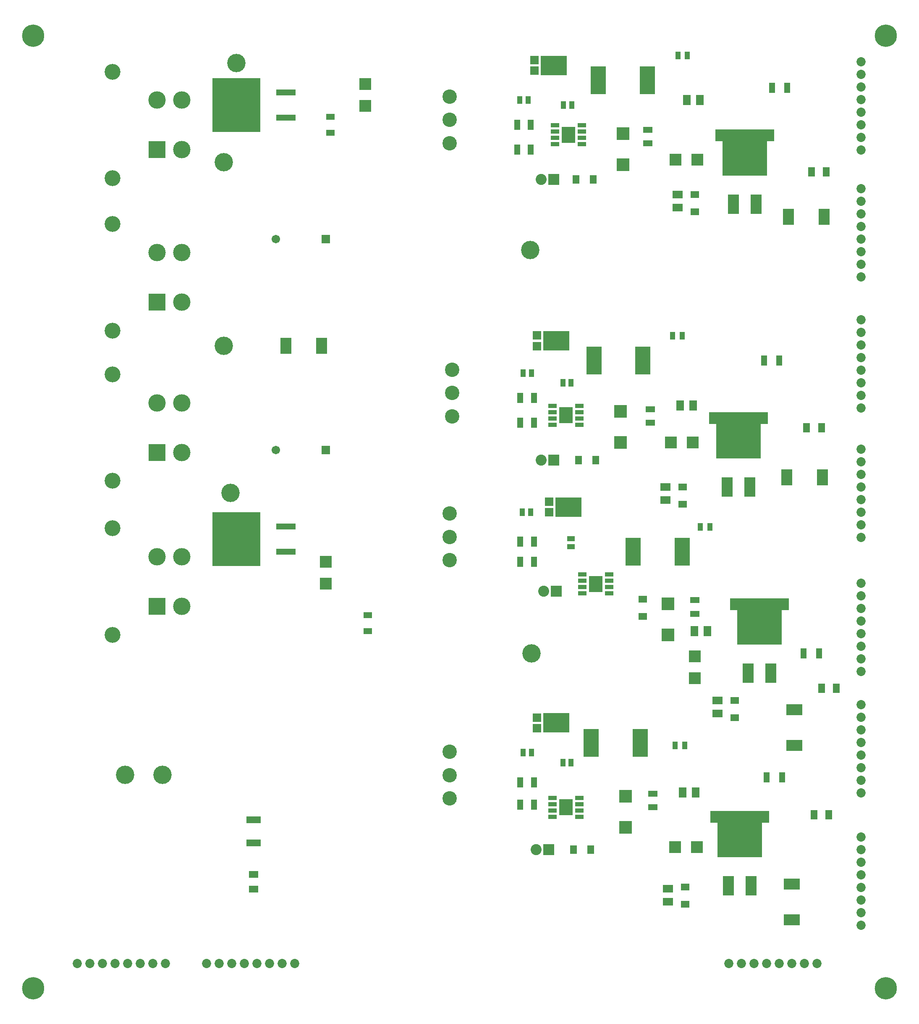
<source format=gts>
G04*
G04 #@! TF.GenerationSoftware,Altium Limited,Altium Designer,23.1.1 (15)*
G04*
G04 Layer_Color=8388736*
%FSLAX44Y44*%
%MOMM*%
G71*
G04*
G04 #@! TF.SameCoordinates,0EA7A712-66D5-4987-9214-F4AEDCE7AAE5*
G04*
G04*
G04 #@! TF.FilePolarity,Negative*
G04*
G01*
G75*
%ADD44R,2.8448X1.3970*%
%ADD45R,2.6332X2.5732*%
%ADD46R,1.9032X1.3532*%
%ADD47R,1.3532X1.9032*%
%ADD48R,1.2732X2.0232*%
%ADD49R,1.4532X1.7532*%
%ADD50R,1.7532X1.4532*%
%ADD51R,2.1232X1.5032*%
%ADD52R,1.5032X2.1232*%
%ADD53R,2.3532X2.4532*%
%ADD54R,11.8832X2.3632*%
%ADD55R,9.0932X7.2132*%
%ADD56R,2.2332X4.0132*%
%ADD57R,1.7282X0.8532*%
%ADD58R,2.8032X3.3032*%
%ADD59R,1.7032X1.2032*%
%ADD60R,4.0032X1.2532*%
%ADD61R,9.6532X10.8732*%
%ADD62R,2.2032X3.2532*%
%ADD63R,1.1132X1.5932*%
%ADD64R,1.0932X1.6232*%
%ADD65R,3.1032X5.6032*%
%ADD66R,2.4532X2.3532*%
%ADD67R,1.7432X1.8032*%
%ADD68R,5.2632X4.0032*%
%ADD69R,1.2532X2.0032*%
%ADD70R,1.9832X1.2432*%
%ADD71R,1.5932X1.1132*%
%ADD72R,3.2532X2.2032*%
%ADD73C,3.7032*%
%ADD74C,1.8532*%
%ADD75C,4.5032*%
%ADD76R,3.5032X3.5032*%
%ADD77C,3.5032*%
%ADD78C,3.2032*%
%ADD79R,1.7032X1.7032*%
%ADD80C,1.7032*%
%ADD81C,2.9032*%
%ADD82R,2.2282X2.2282*%
%ADD83C,2.2282*%
D44*
X485000Y380000D02*
D03*
Y333264D02*
D03*
D45*
X1225000Y1140000D02*
D03*
Y1202400D02*
D03*
X1320000Y752600D02*
D03*
Y815000D02*
D03*
X1230000Y1762400D02*
D03*
Y1700000D02*
D03*
X1235000Y427400D02*
D03*
Y365000D02*
D03*
D46*
X485000Y240000D02*
D03*
Y270000D02*
D03*
D47*
X1660000Y645000D02*
D03*
X1630000D02*
D03*
X1610000Y1685000D02*
D03*
X1640000D02*
D03*
X1600000Y1170000D02*
D03*
X1630000D02*
D03*
X1615000Y390000D02*
D03*
X1645000D02*
D03*
D48*
X1050000Y900000D02*
D03*
X1022400D02*
D03*
X1050000Y410000D02*
D03*
X1022400D02*
D03*
X1016200Y1730000D02*
D03*
X1043800D02*
D03*
X1016200Y1780000D02*
D03*
X1043800D02*
D03*
X1022400Y1180000D02*
D03*
X1050000D02*
D03*
X1022400Y1230000D02*
D03*
X1050000D02*
D03*
X1022400Y940000D02*
D03*
X1050000D02*
D03*
X1022400Y455000D02*
D03*
X1050000D02*
D03*
D49*
X1130000Y320000D02*
D03*
X1164500D02*
D03*
X1140000Y1105000D02*
D03*
X1174500D02*
D03*
X1135000Y1670000D02*
D03*
X1169500D02*
D03*
D50*
X1375000Y1639500D02*
D03*
Y1605000D02*
D03*
X1350000Y1050000D02*
D03*
Y1015500D02*
D03*
X1270000Y790000D02*
D03*
Y824500D02*
D03*
X1455000Y620000D02*
D03*
Y585500D02*
D03*
X1355000Y244500D02*
D03*
Y210000D02*
D03*
D51*
X1340000Y1640000D02*
D03*
Y1613800D02*
D03*
X1315000Y1050000D02*
D03*
Y1023800D02*
D03*
X1420000Y620000D02*
D03*
Y593800D02*
D03*
X1320000Y241200D02*
D03*
Y215000D02*
D03*
D52*
X1373800Y760000D02*
D03*
X1400000D02*
D03*
X1376200Y435000D02*
D03*
X1350000D02*
D03*
X1371200Y1215000D02*
D03*
X1345000D02*
D03*
X1385000Y1830000D02*
D03*
X1358800D02*
D03*
D53*
X1375000Y665000D02*
D03*
Y709000D02*
D03*
X710000Y1818000D02*
D03*
Y1862000D02*
D03*
X630000Y856000D02*
D03*
Y900000D02*
D03*
D54*
X1505000Y813950D02*
D03*
X1475000Y1758950D02*
D03*
X1462850Y1189050D02*
D03*
X1465000Y385850D02*
D03*
D55*
X1505000Y768100D02*
D03*
X1475000Y1713100D02*
D03*
X1462850Y1143200D02*
D03*
X1465000Y340000D02*
D03*
D56*
X1527850Y674900D02*
D03*
X1482150D02*
D03*
X1452150Y1619900D02*
D03*
X1497850D02*
D03*
X1440000Y1050000D02*
D03*
X1485700D02*
D03*
X1442150Y246800D02*
D03*
X1487850D02*
D03*
D57*
X1092880Y1779050D02*
D03*
Y1766350D02*
D03*
Y1753650D02*
D03*
Y1740950D02*
D03*
X1147120D02*
D03*
Y1753650D02*
D03*
Y1766350D02*
D03*
Y1779050D02*
D03*
X1087880Y1214050D02*
D03*
Y1201350D02*
D03*
Y1188650D02*
D03*
Y1175950D02*
D03*
X1142120D02*
D03*
Y1188650D02*
D03*
Y1201350D02*
D03*
Y1214050D02*
D03*
X1147880Y874050D02*
D03*
Y861350D02*
D03*
Y848650D02*
D03*
Y835950D02*
D03*
X1202120D02*
D03*
Y848650D02*
D03*
Y861350D02*
D03*
Y874050D02*
D03*
X1087880Y424050D02*
D03*
Y411350D02*
D03*
Y398650D02*
D03*
Y385950D02*
D03*
X1142120D02*
D03*
Y398650D02*
D03*
Y411350D02*
D03*
Y424050D02*
D03*
D58*
X1120000Y1760000D02*
D03*
X1115000Y1195000D02*
D03*
X1175000Y855000D02*
D03*
X1115000Y405000D02*
D03*
D59*
X715000Y760000D02*
D03*
Y792000D02*
D03*
X640000Y1796000D02*
D03*
Y1764000D02*
D03*
D60*
X550000Y1794600D02*
D03*
Y1845400D02*
D03*
Y919600D02*
D03*
Y970400D02*
D03*
D61*
X450000Y1820000D02*
D03*
Y945000D02*
D03*
D62*
X550000Y1335000D02*
D03*
X622000D02*
D03*
X1635000Y1595000D02*
D03*
X1563000D02*
D03*
X1632000Y1070000D02*
D03*
X1560000D02*
D03*
D63*
X1110000Y1820000D02*
D03*
X1126400D02*
D03*
X1021800Y1830000D02*
D03*
X1038200D02*
D03*
X1108600Y1260000D02*
D03*
X1125000D02*
D03*
X1028600Y1280000D02*
D03*
X1045000D02*
D03*
X1026800Y1000000D02*
D03*
X1043200D02*
D03*
X1108600Y495000D02*
D03*
X1125000D02*
D03*
X1028600Y515000D02*
D03*
X1045000D02*
D03*
D64*
X1340300Y1920000D02*
D03*
X1359700D02*
D03*
X1330000Y1355000D02*
D03*
X1349400D02*
D03*
X1385300Y970000D02*
D03*
X1404700D02*
D03*
X1335000Y530000D02*
D03*
X1354400D02*
D03*
D65*
X1180000Y1870000D02*
D03*
X1279000D02*
D03*
X1171000Y1305000D02*
D03*
X1270000D02*
D03*
X1250000Y920000D02*
D03*
X1349000D02*
D03*
X1165500Y535000D02*
D03*
X1264500D02*
D03*
D66*
X1380000Y1710000D02*
D03*
X1336000D02*
D03*
X1370000Y1140000D02*
D03*
X1326000D02*
D03*
X1379000Y325000D02*
D03*
X1335000D02*
D03*
D67*
X1051000Y1889350D02*
D03*
Y1910650D02*
D03*
X1056000Y1334350D02*
D03*
Y1355650D02*
D03*
X1081000Y999350D02*
D03*
Y1020650D02*
D03*
X1056000Y564350D02*
D03*
Y585650D02*
D03*
D68*
X1090000Y1900000D02*
D03*
X1095000Y1345000D02*
D03*
X1120000Y1010000D02*
D03*
X1095000Y575000D02*
D03*
D69*
X1530000Y1855000D02*
D03*
X1561000D02*
D03*
X1514000Y1305000D02*
D03*
X1545000D02*
D03*
X1594000Y715000D02*
D03*
X1625000D02*
D03*
X1519500Y465000D02*
D03*
X1550500D02*
D03*
D70*
X1280000Y1770000D02*
D03*
Y1742600D02*
D03*
X1285000Y1207400D02*
D03*
Y1180000D02*
D03*
X1375000Y822400D02*
D03*
Y795000D02*
D03*
X1290000Y432400D02*
D03*
Y405000D02*
D03*
D71*
X1125000Y930000D02*
D03*
Y946400D02*
D03*
D72*
X1575000Y530000D02*
D03*
Y602000D02*
D03*
X1570000Y178000D02*
D03*
Y250000D02*
D03*
D73*
X1043091Y1527771D02*
D03*
X1045000Y715000D02*
D03*
X300651Y470109D02*
D03*
X225651D02*
D03*
X438090Y1038465D02*
D03*
X450000Y1905000D02*
D03*
X425000Y1335000D02*
D03*
Y1705000D02*
D03*
D74*
X1710000Y611600D02*
D03*
Y586200D02*
D03*
Y560800D02*
D03*
Y535400D02*
D03*
Y510000D02*
D03*
Y484600D02*
D03*
Y459200D02*
D03*
Y433800D02*
D03*
X307000Y90000D02*
D03*
X281600D02*
D03*
X256200D02*
D03*
X230800D02*
D03*
X205400D02*
D03*
X180000D02*
D03*
X154600D02*
D03*
X129200D02*
D03*
X1710000Y949200D02*
D03*
Y974600D02*
D03*
Y1000000D02*
D03*
Y1025400D02*
D03*
Y1050800D02*
D03*
Y1076200D02*
D03*
Y1101600D02*
D03*
Y1127000D02*
D03*
Y1473800D02*
D03*
Y1499200D02*
D03*
Y1524600D02*
D03*
Y1550000D02*
D03*
Y1575400D02*
D03*
Y1600800D02*
D03*
Y1626200D02*
D03*
Y1651600D02*
D03*
X567800Y90000D02*
D03*
X542400D02*
D03*
X517000D02*
D03*
X491600D02*
D03*
X466200D02*
D03*
X440800D02*
D03*
X415400D02*
D03*
X390000D02*
D03*
X1710000Y345400D02*
D03*
Y320000D02*
D03*
Y294600D02*
D03*
Y269200D02*
D03*
Y243800D02*
D03*
Y218400D02*
D03*
Y193000D02*
D03*
Y167600D02*
D03*
Y1209200D02*
D03*
Y1234600D02*
D03*
Y1260000D02*
D03*
Y1285400D02*
D03*
Y1310800D02*
D03*
Y1336200D02*
D03*
Y1361600D02*
D03*
Y1387000D02*
D03*
X1620800Y90000D02*
D03*
X1595400D02*
D03*
X1570000D02*
D03*
X1544600D02*
D03*
X1519200D02*
D03*
X1493800D02*
D03*
X1468400D02*
D03*
X1443000D02*
D03*
X1710000Y1729200D02*
D03*
Y1754600D02*
D03*
Y1780000D02*
D03*
Y1805400D02*
D03*
Y1830800D02*
D03*
Y1856200D02*
D03*
Y1881600D02*
D03*
Y1907000D02*
D03*
Y678400D02*
D03*
Y703800D02*
D03*
Y729200D02*
D03*
Y754600D02*
D03*
Y780000D02*
D03*
Y805400D02*
D03*
Y830800D02*
D03*
Y856200D02*
D03*
D75*
X40000Y40000D02*
D03*
X1760000D02*
D03*
Y1960000D02*
D03*
X40000D02*
D03*
D76*
X290000Y1730000D02*
D03*
Y1422700D02*
D03*
Y1120000D02*
D03*
Y810000D02*
D03*
D77*
X340000Y1730000D02*
D03*
X290000Y1830000D02*
D03*
X340000D02*
D03*
Y1422700D02*
D03*
X290000Y1522700D02*
D03*
X340000D02*
D03*
Y1120000D02*
D03*
X290000Y1220000D02*
D03*
X340000D02*
D03*
Y810000D02*
D03*
X290000Y910000D02*
D03*
X340000D02*
D03*
D78*
X200000Y1672700D02*
D03*
Y1887300D02*
D03*
Y1365400D02*
D03*
Y1580000D02*
D03*
Y1062700D02*
D03*
Y1277300D02*
D03*
Y752700D02*
D03*
Y967300D02*
D03*
D79*
X630000Y1125000D02*
D03*
Y1550000D02*
D03*
D80*
X530000Y1125000D02*
D03*
Y1550000D02*
D03*
D81*
X880000Y1743000D02*
D03*
Y1790000D02*
D03*
Y1837000D02*
D03*
X885000Y1193000D02*
D03*
Y1240000D02*
D03*
Y1287000D02*
D03*
X880000Y903000D02*
D03*
Y950000D02*
D03*
Y997000D02*
D03*
Y423000D02*
D03*
Y470000D02*
D03*
Y517000D02*
D03*
D82*
X1090000Y1670000D02*
D03*
Y1105000D02*
D03*
X1095400Y840000D02*
D03*
X1080000Y320000D02*
D03*
D83*
X1064600Y1670000D02*
D03*
Y1105000D02*
D03*
X1070000Y840000D02*
D03*
X1054600Y320000D02*
D03*
M02*

</source>
